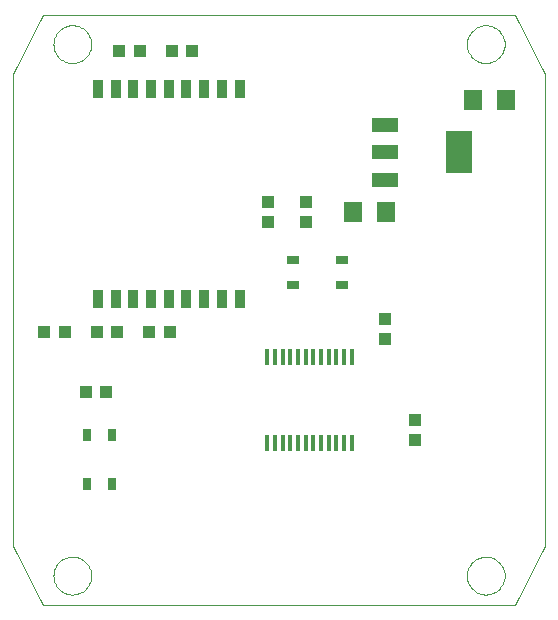
<source format=gtp>
G75*
%MOIN*%
%OFA0B0*%
%FSLAX24Y24*%
%IPPOS*%
%LPD*%
%AMOC8*
5,1,8,0,0,1.08239X$1,22.5*
%
%ADD10C,0.0000*%
%ADD11R,0.0137X0.0550*%
%ADD12R,0.0880X0.0480*%
%ADD13R,0.0866X0.1417*%
%ADD14R,0.0630X0.0709*%
%ADD15R,0.0394X0.0433*%
%ADD16R,0.0433X0.0394*%
%ADD17R,0.0354X0.0585*%
%ADD18R,0.0256X0.0413*%
%ADD19R,0.0413X0.0256*%
D10*
X001699Y000307D02*
X000714Y002276D01*
X000714Y018024D01*
X001699Y019993D01*
X017447Y019993D01*
X018431Y018024D01*
X018431Y002276D01*
X017447Y000307D01*
X001699Y000307D01*
X002053Y001292D02*
X002055Y001342D01*
X002061Y001392D01*
X002071Y001441D01*
X002085Y001489D01*
X002102Y001536D01*
X002123Y001581D01*
X002148Y001625D01*
X002176Y001666D01*
X002208Y001705D01*
X002242Y001742D01*
X002279Y001776D01*
X002319Y001806D01*
X002361Y001833D01*
X002405Y001857D01*
X002451Y001878D01*
X002498Y001894D01*
X002546Y001907D01*
X002596Y001916D01*
X002645Y001921D01*
X002696Y001922D01*
X002746Y001919D01*
X002795Y001912D01*
X002844Y001901D01*
X002892Y001886D01*
X002938Y001868D01*
X002983Y001846D01*
X003026Y001820D01*
X003067Y001791D01*
X003106Y001759D01*
X003142Y001724D01*
X003174Y001686D01*
X003204Y001646D01*
X003231Y001603D01*
X003254Y001559D01*
X003273Y001513D01*
X003289Y001465D01*
X003301Y001416D01*
X003309Y001367D01*
X003313Y001317D01*
X003313Y001267D01*
X003309Y001217D01*
X003301Y001168D01*
X003289Y001119D01*
X003273Y001071D01*
X003254Y001025D01*
X003231Y000981D01*
X003204Y000938D01*
X003174Y000898D01*
X003142Y000860D01*
X003106Y000825D01*
X003067Y000793D01*
X003026Y000764D01*
X002983Y000738D01*
X002938Y000716D01*
X002892Y000698D01*
X002844Y000683D01*
X002795Y000672D01*
X002746Y000665D01*
X002696Y000662D01*
X002645Y000663D01*
X002596Y000668D01*
X002546Y000677D01*
X002498Y000690D01*
X002451Y000706D01*
X002405Y000727D01*
X002361Y000751D01*
X002319Y000778D01*
X002279Y000808D01*
X002242Y000842D01*
X002208Y000879D01*
X002176Y000918D01*
X002148Y000959D01*
X002123Y001003D01*
X002102Y001048D01*
X002085Y001095D01*
X002071Y001143D01*
X002061Y001192D01*
X002055Y001242D01*
X002053Y001292D01*
X015832Y001292D02*
X015834Y001342D01*
X015840Y001392D01*
X015850Y001441D01*
X015864Y001489D01*
X015881Y001536D01*
X015902Y001581D01*
X015927Y001625D01*
X015955Y001666D01*
X015987Y001705D01*
X016021Y001742D01*
X016058Y001776D01*
X016098Y001806D01*
X016140Y001833D01*
X016184Y001857D01*
X016230Y001878D01*
X016277Y001894D01*
X016325Y001907D01*
X016375Y001916D01*
X016424Y001921D01*
X016475Y001922D01*
X016525Y001919D01*
X016574Y001912D01*
X016623Y001901D01*
X016671Y001886D01*
X016717Y001868D01*
X016762Y001846D01*
X016805Y001820D01*
X016846Y001791D01*
X016885Y001759D01*
X016921Y001724D01*
X016953Y001686D01*
X016983Y001646D01*
X017010Y001603D01*
X017033Y001559D01*
X017052Y001513D01*
X017068Y001465D01*
X017080Y001416D01*
X017088Y001367D01*
X017092Y001317D01*
X017092Y001267D01*
X017088Y001217D01*
X017080Y001168D01*
X017068Y001119D01*
X017052Y001071D01*
X017033Y001025D01*
X017010Y000981D01*
X016983Y000938D01*
X016953Y000898D01*
X016921Y000860D01*
X016885Y000825D01*
X016846Y000793D01*
X016805Y000764D01*
X016762Y000738D01*
X016717Y000716D01*
X016671Y000698D01*
X016623Y000683D01*
X016574Y000672D01*
X016525Y000665D01*
X016475Y000662D01*
X016424Y000663D01*
X016375Y000668D01*
X016325Y000677D01*
X016277Y000690D01*
X016230Y000706D01*
X016184Y000727D01*
X016140Y000751D01*
X016098Y000778D01*
X016058Y000808D01*
X016021Y000842D01*
X015987Y000879D01*
X015955Y000918D01*
X015927Y000959D01*
X015902Y001003D01*
X015881Y001048D01*
X015864Y001095D01*
X015850Y001143D01*
X015840Y001192D01*
X015834Y001242D01*
X015832Y001292D01*
X015832Y019008D02*
X015834Y019058D01*
X015840Y019108D01*
X015850Y019157D01*
X015864Y019205D01*
X015881Y019252D01*
X015902Y019297D01*
X015927Y019341D01*
X015955Y019382D01*
X015987Y019421D01*
X016021Y019458D01*
X016058Y019492D01*
X016098Y019522D01*
X016140Y019549D01*
X016184Y019573D01*
X016230Y019594D01*
X016277Y019610D01*
X016325Y019623D01*
X016375Y019632D01*
X016424Y019637D01*
X016475Y019638D01*
X016525Y019635D01*
X016574Y019628D01*
X016623Y019617D01*
X016671Y019602D01*
X016717Y019584D01*
X016762Y019562D01*
X016805Y019536D01*
X016846Y019507D01*
X016885Y019475D01*
X016921Y019440D01*
X016953Y019402D01*
X016983Y019362D01*
X017010Y019319D01*
X017033Y019275D01*
X017052Y019229D01*
X017068Y019181D01*
X017080Y019132D01*
X017088Y019083D01*
X017092Y019033D01*
X017092Y018983D01*
X017088Y018933D01*
X017080Y018884D01*
X017068Y018835D01*
X017052Y018787D01*
X017033Y018741D01*
X017010Y018697D01*
X016983Y018654D01*
X016953Y018614D01*
X016921Y018576D01*
X016885Y018541D01*
X016846Y018509D01*
X016805Y018480D01*
X016762Y018454D01*
X016717Y018432D01*
X016671Y018414D01*
X016623Y018399D01*
X016574Y018388D01*
X016525Y018381D01*
X016475Y018378D01*
X016424Y018379D01*
X016375Y018384D01*
X016325Y018393D01*
X016277Y018406D01*
X016230Y018422D01*
X016184Y018443D01*
X016140Y018467D01*
X016098Y018494D01*
X016058Y018524D01*
X016021Y018558D01*
X015987Y018595D01*
X015955Y018634D01*
X015927Y018675D01*
X015902Y018719D01*
X015881Y018764D01*
X015864Y018811D01*
X015850Y018859D01*
X015840Y018908D01*
X015834Y018958D01*
X015832Y019008D01*
X002053Y019008D02*
X002055Y019058D01*
X002061Y019108D01*
X002071Y019157D01*
X002085Y019205D01*
X002102Y019252D01*
X002123Y019297D01*
X002148Y019341D01*
X002176Y019382D01*
X002208Y019421D01*
X002242Y019458D01*
X002279Y019492D01*
X002319Y019522D01*
X002361Y019549D01*
X002405Y019573D01*
X002451Y019594D01*
X002498Y019610D01*
X002546Y019623D01*
X002596Y019632D01*
X002645Y019637D01*
X002696Y019638D01*
X002746Y019635D01*
X002795Y019628D01*
X002844Y019617D01*
X002892Y019602D01*
X002938Y019584D01*
X002983Y019562D01*
X003026Y019536D01*
X003067Y019507D01*
X003106Y019475D01*
X003142Y019440D01*
X003174Y019402D01*
X003204Y019362D01*
X003231Y019319D01*
X003254Y019275D01*
X003273Y019229D01*
X003289Y019181D01*
X003301Y019132D01*
X003309Y019083D01*
X003313Y019033D01*
X003313Y018983D01*
X003309Y018933D01*
X003301Y018884D01*
X003289Y018835D01*
X003273Y018787D01*
X003254Y018741D01*
X003231Y018697D01*
X003204Y018654D01*
X003174Y018614D01*
X003142Y018576D01*
X003106Y018541D01*
X003067Y018509D01*
X003026Y018480D01*
X002983Y018454D01*
X002938Y018432D01*
X002892Y018414D01*
X002844Y018399D01*
X002795Y018388D01*
X002746Y018381D01*
X002696Y018378D01*
X002645Y018379D01*
X002596Y018384D01*
X002546Y018393D01*
X002498Y018406D01*
X002451Y018422D01*
X002405Y018443D01*
X002361Y018467D01*
X002319Y018494D01*
X002279Y018524D01*
X002242Y018558D01*
X002208Y018595D01*
X002176Y018634D01*
X002148Y018675D01*
X002123Y018719D01*
X002102Y018764D01*
X002085Y018811D01*
X002071Y018859D01*
X002061Y018908D01*
X002055Y018958D01*
X002053Y019008D01*
D11*
X009181Y008589D03*
X009437Y008589D03*
X009693Y008589D03*
X009949Y008589D03*
X010205Y008589D03*
X010460Y008589D03*
X010716Y008589D03*
X010972Y008589D03*
X011228Y008589D03*
X011484Y008589D03*
X011740Y008589D03*
X011996Y008589D03*
X011996Y005711D03*
X011740Y005711D03*
X011484Y005711D03*
X011228Y005711D03*
X010972Y005711D03*
X010716Y005711D03*
X010460Y005711D03*
X010205Y005711D03*
X009949Y005711D03*
X009693Y005711D03*
X009437Y005711D03*
X009181Y005711D03*
D12*
X013118Y014490D03*
X013118Y015400D03*
X013118Y016310D03*
D13*
X015559Y015400D03*
D14*
X016037Y017150D03*
X017140Y017150D03*
X013140Y013400D03*
X012037Y013400D03*
D15*
X010463Y013065D03*
X010463Y013735D03*
X009213Y013735D03*
X009213Y013065D03*
X013088Y009860D03*
X013088Y009190D03*
X014088Y006485D03*
X014088Y005815D03*
D16*
X005923Y009400D03*
X005254Y009400D03*
X004173Y009400D03*
X003504Y009400D03*
X002423Y009400D03*
X001754Y009400D03*
X003129Y007400D03*
X003798Y007400D03*
X004254Y018775D03*
X004923Y018775D03*
X006004Y018775D03*
X006673Y018775D03*
D17*
X006487Y017526D03*
X005897Y017526D03*
X005306Y017526D03*
X004715Y017526D03*
X004125Y017526D03*
X003534Y017526D03*
X007078Y017526D03*
X007668Y017526D03*
X008259Y017526D03*
X008259Y010524D03*
X007668Y010524D03*
X007078Y010524D03*
X006487Y010524D03*
X005897Y010524D03*
X005306Y010524D03*
X004715Y010524D03*
X004125Y010524D03*
X003534Y010524D03*
D18*
X003165Y005967D03*
X004012Y005967D03*
X004012Y004333D03*
X003165Y004333D03*
D19*
X010022Y010977D03*
X010022Y011823D03*
X011655Y011823D03*
X011655Y010977D03*
M02*

</source>
